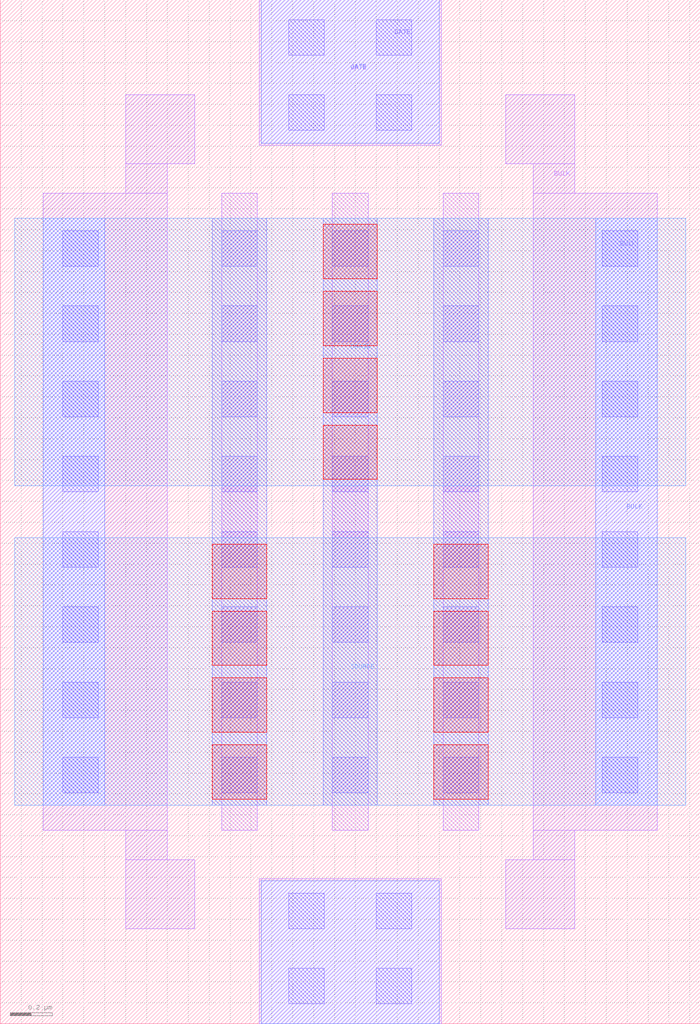
<source format=lef>
# Copyright 2020 The SkyWater PDK Authors
#
# Licensed under the Apache License, Version 2.0 (the "License");
# you may not use this file except in compliance with the License.
# You may obtain a copy of the License at
#
#     https://www.apache.org/licenses/LICENSE-2.0
#
# Unless required by applicable law or agreed to in writing, software
# distributed under the License is distributed on an "AS IS" BASIS,
# WITHOUT WARRANTIES OR CONDITIONS OF ANY KIND, either express or implied.
# See the License for the specific language governing permissions and
# limitations under the License.
#
# SPDX-License-Identifier: Apache-2.0

VERSION 5.7 ;
  NOWIREEXTENSIONATPIN ON ;
  DIVIDERCHAR "/" ;
  BUSBITCHARS "[]" ;
MACRO sky130_fd_pr__rf_pfet_01v8_bM02W3p00L0p25
  CLASS BLOCK ;
  FOREIGN sky130_fd_pr__rf_pfet_01v8_bM02W3p00L0p25 ;
  ORIGIN  0.000000  0.000000 ;
  SIZE  3.350000 BY  4.900000 ;
  PIN BULK
    ANTENNADIFFAREA  3.913000 ;
    ANTENNAGATEAREA  0.903000 ;
    PORT
      LAYER li1 ;
        RECT 0.205000 0.925000 0.800000 3.975000 ;
        RECT 0.600000 0.455000 0.930000 0.785000 ;
        RECT 0.600000 0.785000 0.800000 0.925000 ;
        RECT 0.600000 3.975000 0.800000 4.115000 ;
        RECT 0.600000 4.115000 0.930000 4.445000 ;
        RECT 2.420000 0.455000 2.750000 0.785000 ;
        RECT 2.420000 4.115000 2.750000 4.445000 ;
        RECT 2.550000 0.785000 2.750000 0.925000 ;
        RECT 2.550000 0.925000 3.145000 3.975000 ;
        RECT 2.550000 3.975000 2.750000 4.115000 ;
      LAYER mcon ;
        RECT 0.300000 1.105000 0.470000 1.275000 ;
        RECT 0.300000 1.465000 0.470000 1.635000 ;
        RECT 0.300000 1.825000 0.470000 1.995000 ;
        RECT 0.300000 2.185000 0.470000 2.355000 ;
        RECT 0.300000 2.545000 0.470000 2.715000 ;
        RECT 0.300000 2.905000 0.470000 3.075000 ;
        RECT 0.300000 3.265000 0.470000 3.435000 ;
        RECT 0.300000 3.625000 0.470000 3.795000 ;
        RECT 2.880000 1.105000 3.050000 1.275000 ;
        RECT 2.880000 1.465000 3.050000 1.635000 ;
        RECT 2.880000 1.825000 3.050000 1.995000 ;
        RECT 2.880000 2.185000 3.050000 2.355000 ;
        RECT 2.880000 2.545000 3.050000 2.715000 ;
        RECT 2.880000 2.905000 3.050000 3.075000 ;
        RECT 2.880000 3.265000 3.050000 3.435000 ;
        RECT 2.880000 3.625000 3.050000 3.795000 ;
    END
    PORT
      LAYER met1 ;
        RECT 0.205000 1.045000 0.500000 3.855000 ;
        RECT 2.850000 1.045000 3.145000 3.855000 ;
    END
  END BULK
  PIN DRAIN
    ANTENNADIFFAREA  0.842800 ;
    PORT
      LAYER met2 ;
        RECT 0.070000 2.575000 3.280000 3.855000 ;
    END
  END DRAIN
  PIN GATE
    ANTENNAGATEAREA  1.505000 ;
    PORT
      LAYER li1 ;
        RECT 1.240000 0.000000 2.110000 0.695000 ;
        RECT 1.240000 4.205000 2.110000 4.900000 ;
      LAYER mcon ;
        RECT 1.380000 0.095000 1.550000 0.265000 ;
        RECT 1.380000 0.455000 1.550000 0.625000 ;
        RECT 1.380000 4.275000 1.550000 4.445000 ;
        RECT 1.380000 4.635000 1.550000 4.805000 ;
        RECT 1.800000 0.095000 1.970000 0.265000 ;
        RECT 1.800000 0.455000 1.970000 0.625000 ;
        RECT 1.800000 4.275000 1.970000 4.445000 ;
        RECT 1.800000 4.635000 1.970000 4.805000 ;
    END
    PORT
      LAYER met1 ;
        RECT 1.250000 0.000000 2.100000 0.685000 ;
        RECT 1.250000 4.215000 2.100000 4.900000 ;
    END
  END GATE
  PIN SOURCE
    ANTENNADIFFAREA  1.685600 ;
    PORT
      LAYER met2 ;
        RECT 0.070000 1.045000 3.280000 2.325000 ;
    END
  END SOURCE
  OBS
    LAYER li1 ;
      RECT 1.060000 0.925000 1.230000 3.975000 ;
      RECT 1.590000 0.925000 1.760000 3.975000 ;
      RECT 2.120000 0.925000 2.290000 3.975000 ;
    LAYER mcon ;
      RECT 1.060000 1.105000 1.230000 1.275000 ;
      RECT 1.060000 1.465000 1.230000 1.635000 ;
      RECT 1.060000 1.825000 1.230000 1.995000 ;
      RECT 1.060000 2.185000 1.230000 2.355000 ;
      RECT 1.060000 2.545000 1.230000 2.715000 ;
      RECT 1.060000 2.905000 1.230000 3.075000 ;
      RECT 1.060000 3.265000 1.230000 3.435000 ;
      RECT 1.060000 3.625000 1.230000 3.795000 ;
      RECT 1.590000 1.105000 1.760000 1.275000 ;
      RECT 1.590000 1.465000 1.760000 1.635000 ;
      RECT 1.590000 1.825000 1.760000 1.995000 ;
      RECT 1.590000 2.185000 1.760000 2.355000 ;
      RECT 1.590000 2.545000 1.760000 2.715000 ;
      RECT 1.590000 2.905000 1.760000 3.075000 ;
      RECT 1.590000 3.265000 1.760000 3.435000 ;
      RECT 1.590000 3.625000 1.760000 3.795000 ;
      RECT 2.120000 1.105000 2.290000 1.275000 ;
      RECT 2.120000 1.465000 2.290000 1.635000 ;
      RECT 2.120000 1.825000 2.290000 1.995000 ;
      RECT 2.120000 2.185000 2.290000 2.355000 ;
      RECT 2.120000 2.545000 2.290000 2.715000 ;
      RECT 2.120000 2.905000 2.290000 3.075000 ;
      RECT 2.120000 3.265000 2.290000 3.435000 ;
      RECT 2.120000 3.625000 2.290000 3.795000 ;
    LAYER met1 ;
      RECT 1.015000 1.045000 1.275000 3.855000 ;
      RECT 1.545000 1.045000 1.805000 3.855000 ;
      RECT 2.075000 1.045000 2.335000 3.855000 ;
    LAYER via ;
      RECT 1.015000 1.075000 1.275000 1.335000 ;
      RECT 1.015000 1.395000 1.275000 1.655000 ;
      RECT 1.015000 1.715000 1.275000 1.975000 ;
      RECT 1.015000 2.035000 1.275000 2.295000 ;
      RECT 1.545000 2.605000 1.805000 2.865000 ;
      RECT 1.545000 2.925000 1.805000 3.185000 ;
      RECT 1.545000 3.245000 1.805000 3.505000 ;
      RECT 1.545000 3.565000 1.805000 3.825000 ;
      RECT 2.075000 1.075000 2.335000 1.335000 ;
      RECT 2.075000 1.395000 2.335000 1.655000 ;
      RECT 2.075000 1.715000 2.335000 1.975000 ;
      RECT 2.075000 2.035000 2.335000 2.295000 ;
  END
END sky130_fd_pr__rf_pfet_01v8_bM02W3p00L0p25
END LIBRARY

</source>
